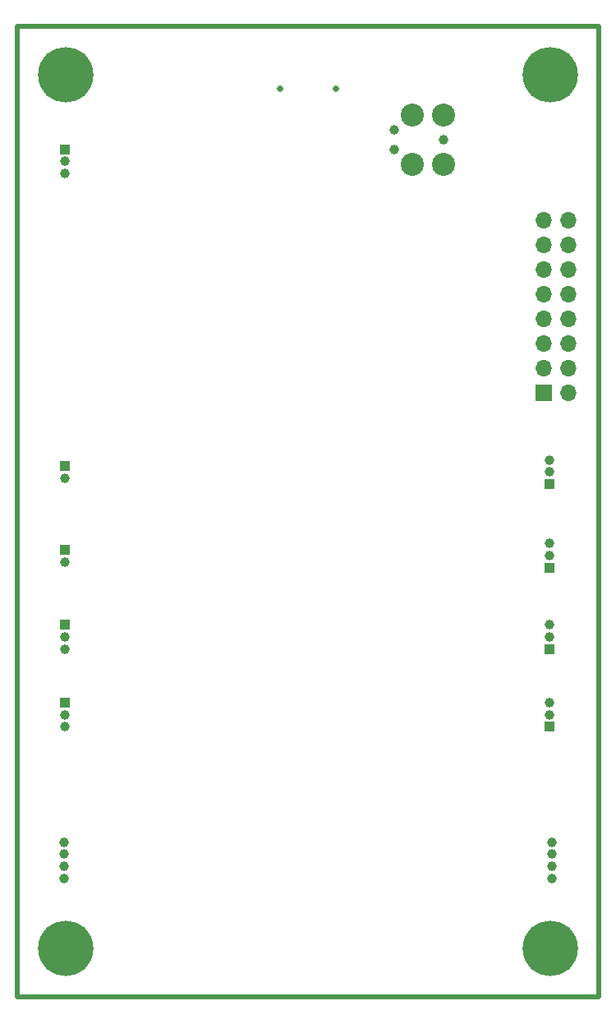
<source format=gbr>
%TF.GenerationSoftware,KiCad,Pcbnew,8.0.5*%
%TF.CreationDate,2024-10-21T17:45:40+01:00*%
%TF.ProjectId,Basic_DSP_V0_1,42617369-635f-4445-9350-5f56305f312e,rev?*%
%TF.SameCoordinates,Original*%
%TF.FileFunction,Soldermask,Bot*%
%TF.FilePolarity,Negative*%
%FSLAX46Y46*%
G04 Gerber Fmt 4.6, Leading zero omitted, Abs format (unit mm)*
G04 Created by KiCad (PCBNEW 8.0.5) date 2024-10-21 17:45:40*
%MOMM*%
%LPD*%
G01*
G04 APERTURE LIST*
%ADD10C,5.700000*%
%ADD11R,1.100000X1.000000*%
%ADD12C,1.000000*%
%ADD13C,0.650000*%
%ADD14R,1.000000X1.000000*%
%ADD15C,2.374900*%
%ADD16C,0.990600*%
%ADD17R,1.700000X1.700000*%
%ADD18O,1.700000X1.700000*%
%TA.AperFunction,Profile*%
%ADD19C,0.500000*%
%TD*%
G04 APERTURE END LIST*
D10*
%TO.C,H3*%
X128400000Y-399100000D03*
%TD*%
%TO.C,H4*%
X78400000Y-399100000D03*
%TD*%
D11*
%TO.C,J2*%
X78300000Y-365750000D03*
D12*
X78300000Y-367000000D03*
X78300000Y-368250000D03*
%TD*%
D10*
%TO.C,H1*%
X78400000Y-309100000D03*
%TD*%
D11*
%TO.C,J8*%
X128300000Y-359875000D03*
D12*
X128300000Y-358625000D03*
X128300000Y-357375000D03*
%TD*%
D11*
%TO.C,J7*%
X128300000Y-351250000D03*
D12*
X128300000Y-350000000D03*
X128300000Y-348750000D03*
%TD*%
%TO.C,J11*%
X78275000Y-388125000D03*
X78275000Y-389375000D03*
X78275000Y-390625000D03*
X78275000Y-391875000D03*
%TD*%
D13*
%TO.C,J4*%
X106290000Y-310505000D03*
X100510000Y-310505000D03*
%TD*%
D14*
%TO.C,J15*%
X78300000Y-358000000D03*
D12*
X78300000Y-359250000D03*
%TD*%
D15*
%TO.C,J12*%
X117340000Y-318275000D03*
D16*
X117340000Y-315735000D03*
D15*
X117340000Y-313195000D03*
X114165000Y-318275000D03*
X114165000Y-313195000D03*
D16*
X112260000Y-316751000D03*
X112260000Y-314719000D03*
%TD*%
D11*
%TO.C,J1*%
X78300000Y-316750000D03*
D12*
X78300000Y-318000000D03*
X78300000Y-319250000D03*
%TD*%
D11*
%TO.C,J3*%
X78300000Y-373750000D03*
D12*
X78300000Y-375000000D03*
X78300000Y-376250000D03*
%TD*%
D14*
%TO.C,J14*%
X78300000Y-349375000D03*
D12*
X78300000Y-350625000D03*
%TD*%
%TO.C,J6*%
X128525000Y-391875000D03*
X128525000Y-390625000D03*
X128525000Y-389375000D03*
X128525000Y-388125000D03*
%TD*%
D10*
%TO.C,H2*%
X128400000Y-309100000D03*
%TD*%
D17*
%TO.C,J16*%
X127710000Y-341875000D03*
D18*
X130250000Y-341875000D03*
X127710000Y-339335000D03*
X130250000Y-339335000D03*
X127710000Y-336795000D03*
X130250000Y-336795000D03*
X127710000Y-334255000D03*
X130250000Y-334255000D03*
X127710000Y-331715000D03*
X130250000Y-331715000D03*
X127710000Y-329175000D03*
X130250000Y-329175000D03*
X127710000Y-326635000D03*
X130250000Y-326635000D03*
X127710000Y-324095000D03*
X130250000Y-324095000D03*
%TD*%
D11*
%TO.C,J10*%
X128300000Y-376250000D03*
D12*
X128300000Y-375000000D03*
X128300000Y-373750000D03*
%TD*%
D11*
%TO.C,J9*%
X128300000Y-368250000D03*
D12*
X128300000Y-367000000D03*
X128300000Y-365750000D03*
%TD*%
D19*
X73400000Y-304100000D02*
X133400000Y-304100000D01*
X133400000Y-404100000D01*
X73400000Y-404100000D01*
X73400000Y-304100000D01*
M02*

</source>
